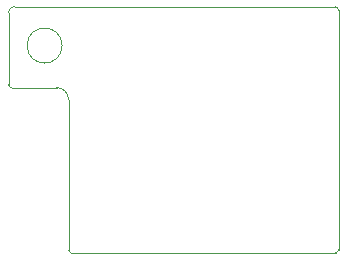
<source format=gbr>
%TF.GenerationSoftware,KiCad,Pcbnew,(5.1.6)-1*%
%TF.CreationDate,2021-03-15T13:43:59-03:00*%
%TF.ProjectId,rasp_hat,72617370-5f68-4617-942e-6b696361645f,Version 1*%
%TF.SameCoordinates,Original*%
%TF.FileFunction,Profile,NP*%
%FSLAX46Y46*%
G04 Gerber Fmt 4.6, Leading zero omitted, Abs format (unit mm)*
G04 Created by KiCad (PCBNEW (5.1.6)-1) date 2021-03-15 13:43:59*
%MOMM*%
%LPD*%
G01*
G04 APERTURE LIST*
%TA.AperFunction,Profile*%
%ADD10C,0.050000*%
%TD*%
G04 APERTURE END LIST*
D10*
X105918000Y-100838000D02*
X105918000Y-80568800D01*
X83261200Y-101092000D02*
X105664000Y-101092000D01*
X83058000Y-88138000D02*
X83058000Y-100888800D01*
X82042000Y-87122000D02*
X78232000Y-87122000D01*
X78486000Y-80264000D02*
X105613200Y-80264000D01*
X77978000Y-80772000D02*
X77978000Y-86868000D01*
X105918000Y-100838000D02*
G75*
G02*
X105664000Y-101092000I-254000J0D01*
G01*
X83261200Y-101092000D02*
G75*
G02*
X83058000Y-100888800I0J203200D01*
G01*
X82042000Y-87122000D02*
G75*
G02*
X83058000Y-88138000I0J-1016000D01*
G01*
X105613200Y-80264000D02*
G75*
G02*
X105918000Y-80568800I0J-304800D01*
G01*
X78232000Y-87122000D02*
G75*
G02*
X77978000Y-86868000I0J254000D01*
G01*
X77978000Y-80772000D02*
G75*
G02*
X78486000Y-80264000I508000J0D01*
G01*
X82507062Y-83566000D02*
G75*
G03*
X82507062Y-83566000I-1481062J0D01*
G01*
M02*

</source>
